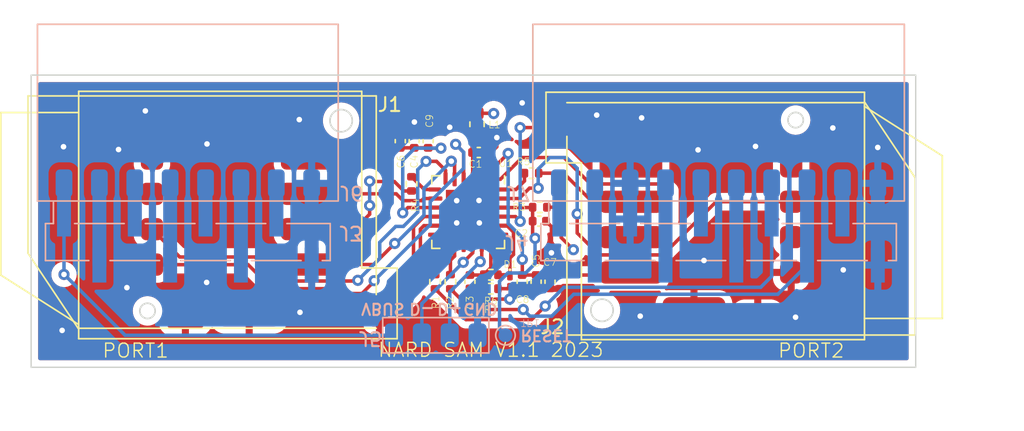
<source format=kicad_pcb>
(kicad_pcb (version 20211014) (generator pcbnew)
  (layers (0 "F.Cu" signal) (1 "In1.Cu" signal) (2 "In2.Cu" signal) (31 "B.Cu" signal) (34 "B.Paste" user) (35 "F.Paste" user) (36 "B.SilkS" user "B.Silkscreen") (37 "F.SilkS" user "F.Silkscreen") (38 "B.Mask" user) (39 "F.Mask" user) (44 "Edge.Cuts" user))
  (net 0 "")
  (net 5 "+5V")
  (net 6 "/PA7")
  (net 7 "/PA6")
  (net 8 "/PA4")
  (net 9 "/PB3")
  (net 10 "/PB2")
  (net 11 "/PC3")
  (net 12 "GND")
  (net 13 "/PB14")
  (net 14 "/PC0")
  (net 15 "/PC1")
  (net 16 "/UART_RX")
  (net 17 "/UART_TX")
  (net 18 "/SWDIO")
  (net 19 "/SWCLK")
  (net 20 "+3.3V")
  (net 23 "+3.3VA")
  (net 24 "Net-(D1-Pad2)")
  (net 25 "/USB_DM")
  (net 26 "/USB_DP")
  (net 27 "/SEC_RXD")
  (net 28 "/SEC_TXD")
  (net 29 "/SEC_CTS")
  (net 30 "/SEC_RTS")
  (net 31 "/VDD5")
  (net 32 "/~{RESET}")
  (net 33 "/SC1_VCC")
  (net 34 "/SC2_VCC")
  (net 35 "/LED_ACT")
  (net 36 "/SC1_RST")
  (net 37 "/SC1_CLK")
  (net 38 "/SC1_C4")
  (net 39 "/SC1_IO")
  (net 40 "/SC1_C8")
  (net 41 "/SC1_PRSNT")
  (net 42 "/SC2_RST")
  (net 43 "/SC2_CLK")
  (net 44 "/SC2_IO")
  (net 45 "/SC2_PRsNT")
  (net 46 "Net-(R4-Pad1)")
  (net 47 "Net-(R5-Pad1)")
  (footprint "Capacitor_SMD:C_0402_1005Metric" (layer "F.Cu") (at 103.886 65.565)
    (fp_text reference "C1" (at -0.236 0.835) (layer "F.SilkS") (effects (font (size 0.5 0.5) (thickness 0.05))))
    (fp_text value "1uF")
    (pad "1" smd roundrect (at -0.48 0) (size 0.56 0.62) (layers "F.Cu" "F.Paste" "F.Mask") (net 31 "/VDD5"))
    (pad "2" smd roundrect (at 0.48 0) (size 0.56 0.62) (layers "F.Cu" "F.Paste" "F.Mask") (net 12 "GND"))
  )
  (footprint "Capacitor_SMD:C_0402_1005Metric" (layer "F.Cu") (at 99.25 64.747 90)
    (fp_text reference "C4" (at -1.4708 0 90) (layer "F.SilkS") (effects (font (size 0.5 0.5) (thickness 0.05))))
    (fp_text value "1uF")
    (pad "1" smd roundrect (at -0.48 0 90) (size 0.56 0.62) (layers "F.Cu" "F.Paste" "F.Mask") (net 33 "/SC1_VCC"))
    (pad "2" smd roundrect (at 0.48 0 90) (size 0.56 0.62) (layers "F.Cu" "F.Paste" "F.Mask") (net 12 "GND"))
  )
  (footprint "Package_DFN_QFN:QFN-24-1EP_5x5mm_P0.65mm_EP3.2x3.2mm" (layer "F.Cu") (at 103.124 69.847 -90)
    (fp_text reference "U1" (at -3.5 -2.7) (layer "F.SilkS") (effects (font (size 0.5 0.5) (thickness 0.05))))
    (fp_text value "SEC1210")
    (pad "1" smd custom (at -2.3625 -1.625 270) (size 0.193934 0.193934) (layers "F.Cu" "F.Paste" "F.Mask") (net 42 "/SC2_RST") (options (clearance outline) (anchor circle)) (primitives (gr_poly (pts (xy 0.4375 0.031066) (xy 0.4375 0.075) (xy -0.4375 0.075) (xy -0.4375 -0.075) (xy 0.331434 -0.075)) (width 0.15) (fill yes))))
    (pad "2" smd roundrect (at -2.3625 -0.975 270) (size 1.025 0.3) (layers "F.Cu" "F.Paste" "F.Mask") (net 34 "/SC2_VCC"))
    (pad "3" smd roundrect (at -2.3625 -0.325 270) (size 1.025 0.3) (layers "F.Cu" "F.Paste" "F.Mask") (net 31 "/VDD5"))
    (pad "4" smd roundrect (at -2.3625 0.325 270) (size 1.025 0.3) (layers "F.Cu" "F.Paste" "F.Mask") (net 40 "/SC1_C8"))
    (pad "5" smd roundrect (at -2.3625 0.975 270) (size 1.025 0.3) (layers "F.Cu" "F.Paste" "F.Mask") (net 38 "/SC1_C4"))
    (pad "6" smd custom (at -2.3625 1.625 270) (size 0.193934 0.193934) (layers "F.Cu" "F.Paste" "F.Mask") (net 39 "/SC1_IO") (options (clearance outline) (anchor circle)) (primitives (gr_poly (pts (xy 0.4375 -0.031066) (xy 0.331434 0.075) (xy -0.4375 0.075) (xy -0.4375 -0.075) (xy 0.4375 -0.075)) (width 0.15) (fill yes))))
    (pad "7" smd custom (at -1.625 2.3625 270) (size 0.193934 0.193934) (layers "F.Cu" "F.Paste" "F.Mask") (net 46 "Net-(R4-Pad1)") (options (clearance outline) (anchor circle)) (primitives (gr_poly (pts (xy 0.075 0.4375) (xy -0.075 0.4375) (xy -0.075 -0.331434) (xy 0.031066 -0.4375) (xy 0.075 -0.4375)) (width 0.15) (fill yes))))
    (pad "8" smd roundrect (at -0.975 2.3625 270) (size 0.3 1.025) (layers "F.Cu" "F.Paste" "F.Mask") (net 36 "/SC1_RST"))
    (pad "9" smd roundrect (at -0.325 2.3625 270) (size 0.3 1.025) (layers "F.Cu" "F.Paste" "F.Mask") (net 33 "/SC1_VCC"))
    (pad "10" smd roundrect (at 0.325 2.3625 270) (size 0.3 1.025) (layers "F.Cu" "F.Paste" "F.Mask") (net 41 "/SC1_PRSNT"))
    (pad "11" smd roundrect (at 0.975 2.3625 270) (size 0.3 1.025) (layers "F.Cu" "F.Paste" "F.Mask") (net 27 "/SEC_RXD"))
    (pad "12" smd custom (at 1.625 2.3625 270) (size 0.193934 0.193934) (layers "F.Cu" "F.Paste" "F.Mask") (net 29 "/SEC_CTS") (options (clearance outline) (anchor circle)) (primitives (gr_poly (pts (xy 0.075 -0.331434) (xy 0.075 0.4375) (xy -0.075 0.4375) (xy -0.075 -0.4375) (xy -0.031066 -0.4375)) (width 0.15) (fill yes))))
    (pad "13" smd custom (at 2.3625 1.625 270) (size 0.193934 0.193934) (layers "F.Cu" "F.Paste" "F.Mask") (net 30 "/SEC_RTS") (options (clearance outline) (anchor circle)) (primitives (gr_poly (pts (xy 0.4375 0.075) (xy -0.331434 0.075) (xy -0.4375 -0.031066) (xy -0.4375 -0.075) (xy 0.4375 -0.075)) (width 0.15) (fill yes))))
    (pad "14" smd roundrect (at 2.3625 0.975 270) (size 1.025 0.3) (layers "F.Cu" "F.Paste" "F.Mask") (net 28 "/SEC_TXD"))
    (pad "15" smd roundrect (at 2.3625 0.325 270) (size 1.025 0.3) (layers "F.Cu" "F.Paste" "F.Mask"))
    (pad "16" smd roundrect (at 2.3625 -0.325 270) (size 1.025 0.3) (layers "F.Cu" "F.Paste" "F.Mask") (net 25 "/USB_DM"))
    (pad "17" smd roundrect (at 2.3625 -0.975 270) (size 1.025 0.3) (layers "F.Cu" "F.Paste" "F.Mask") (net 26 "/USB_DP"))
    (pad "18" smd custom (at 2.3625 -1.625 270) (size 0.193934 0.193934) (layers "F.Cu" "F.Paste" "F.Mask") (net 23 "+3.3VA") (options (clearance outline) (anchor circle)) (primitives (gr_poly (pts (xy 0.4375 0.075) (xy -0.4375 0.075) (xy -0.4375 0.031066) (xy -0.331434 -0.075) (xy 0.4375 -0.075)) (width 0.15) (fill yes))))
    (pad "19" smd custom (at 1.625 -2.3625 270) (size 0.193934 0.193934) (layers "F.Cu" "F.Paste" "F.Mask") (options (clearance outline) (anchor circle)) (primitives (gr_poly (pts (xy 0.075 0.331434) (xy -0.031066 0.4375) (xy -0.075 0.4375) (xy -0.075 -0.4375) (xy 0.075 -0.4375)) (width 0.15) (fill yes))))
    (pad "20" smd roundrect (at 0.975 -2.3625 270) (size 0.3 1.025) (layers "F.Cu" "F.Paste" "F.Mask") (net 35 "/LED_ACT"))
    (pad "21" smd roundrect (at 0.325 -2.3625 270) (size 0.3 1.025) (layers "F.Cu" "F.Paste" "F.Mask") (net 45 "/SC2_PRsNT"))
    (pad "22" smd roundrect (at -0.325 -2.3625 270) (size 0.3 1.025) (layers "F.Cu" "F.Paste" "F.Mask") (net 32 "/~{RESET}"))
    (pad "23" smd roundrect (at -0.975 -2.3625 270) (size 0.3 1.025) (layers "F.Cu" "F.Paste" "F.Mask") (net 44 "/SC2_IO"))
    (pad "24" smd custom (at -1.625 -2.3625 270) (size 0.193934 0.193934) (layers "F.Cu" "F.Paste" "F.Mask") (net 47 "Net-(R5-Pad1)") (options (clearance outline) (anchor circle)) (primitives (gr_poly (pts (xy 0.075 0.4375) (xy 0.031066 0.4375) (xy -0.075 0.331434) (xy -0.075 -0.4375) (xy 0.075 -0.4375)) (width 0.15) (fill yes))))
    (pad "25" smd rect (at 0 0 270) (size 3.2 3.2) (layers "F.Cu" "F.Mask") (net 12 "GND"))
  )
  (footprint "LED_SMD:LED_0201_0603Metric" (layer "F.Cu") (at 106.1212 74.851 -90)
    (fp_text reference "D1" (at -1.251 -0.025) (layer "F.SilkS") (effects (font (size 0.5 0.5) (thickness 0.05))))
    (fp_text value "LED")
    (pad "1" smd roundrect (at -0.32 0 270) (size 0.46 0.4) (layers "F.Cu" "F.Mask") (net 35 "/LED_ACT"))
    (pad "2" smd roundrect (at 0.32 0 270) (size 0.46 0.4) (layers "F.Cu" "F.Mask") (net 24 "Net-(D1-Pad2)"))
  )
  (footprint "Inductor_SMD:L_0603_1608Metric" (layer "F.Cu") (at 103.759 63.533 -90)
    (fp_text reference "L1" (at 0.0375 -1.25 180) (layer "F.SilkS") (effects (font (size 0.5 0.5) (thickness 0.05))))
    (fp_text value "2A/0.05DCR")
    (pad "1" smd roundrect (at -0.7875 0 270) (size 0.875 0.95) (layers "F.Cu" "F.Paste" "F.Mask") (net 5 "+5V"))
    (pad "2" smd roundrect (at 0.7875 0 270) (size 0.875 0.95) (layers "F.Cu" "F.Paste" "F.Mask") (net 31 "/VDD5"))
  )
  (footprint "Capacitor_SMD:C_0402_1005Metric" (layer "F.Cu") (at 107 74.851 -90)
    (fp_text reference "C8" (at 1.274 -0.025 180) (layer "F.SilkS") (effects (font (size 0.5 0.5) (thickness 0.05))))
    (fp_text value "10uF")
    (pad "1" smd roundrect (at -0.48 0 270) (size 0.56 0.62) (layers "F.Cu" "F.Paste" "F.Mask") (net 34 "/SC2_VCC"))
    (pad "2" smd roundrect (at 0.48 0 270) (size 0.56 0.62) (layers "F.Cu" "F.Paste" "F.Mask") (net 12 "GND"))
  )
  (footprint "Capacitor_SMD:C_0402_1005Metric" (layer "F.Cu") (at 108.2294 70.497)
    (fp_text reference "C2" (at -1.2954 0.877) (layer "F.SilkS") (effects (font (size 0.5 0.5) (thickness 0.05))))
    (fp_text value "0.1uF")
    (pad "1" smd roundrect (at -0.48 0) (size 0.56 0.62) (layers "F.Cu" "F.Paste" "F.Mask") (net 32 "/~{RESET}"))
    (pad "2" smd roundrect (at 0.48 0) (size 0.56 0.62) (layers "F.Cu" "F.Paste" "F.Mask") (net 12 "GND"))
  )
  (footprint "nard_sam:mixed_sim_sam_card_holder" (layer "F.Cu") (at 90.404 66.247)
    (fp_text reference "J1" (at 7.096 -4.122 unlocked) (layer "F.SilkS"))
    (fp_text value "SIM_Card")
    (fp_circle (center 3.6 -2.97) (end 4.4 -2.97) (layer "Edge.Cuts") (width 0.12) (fill none))
    (fp_circle (center -10.3 10.7) (end -9.75 10.7) (layer "Edge.Cuts") (width 0.12) (fill none))
    (pad "1" smd roundrect locked (at 1.524 -0.254) (size 4.5 1.6) (layers "F.Cu" "F.Paste" "F.Mask") (net 33 "/SC1_VCC"))
    (pad "2" smd roundrect locked (at 1.524 2.286) (size 4.5 1.6) (layers "F.Cu" "F.Paste" "F.Mask") (net 36 "/SC1_RST"))
    (pad "3" smd roundrect locked (at 1.524 4.826) (size 4.5 1.6) (layers "F.Cu" "F.Paste" "F.Mask") (net 37 "/SC1_CLK"))
    (pad "4" smd roundrect locked (at 1.524 7.366) (size 4.5 1.6) (layers "F.Cu" "F.Paste" "F.Mask") (net 38 "/SC1_C4"))
    (pad "5" smd roundrect locked (at -9.979 -0.25) (size 1.6 1.6) (layers "F.Cu" "F.Paste" "F.Mask") (net 12 "GND"))
    (pad "6" smd roundrect locked (at -9.979 2.29) (size 1.6 1.6) (layers "F.Cu" "F.Paste" "F.Mask"))
    (pad "7" smd roundrect locked (at -9.979 4.83) (size 1.6 1.6) (layers "F.Cu" "F.Paste" "F.Mask") (net 39 "/SC1_IO"))
    (pad "8" smd roundrect locked (at -9.979 7.37) (size 1.6 1.6) (layers "F.Cu" "F.Paste" "F.Mask") (net 40 "/SC1_C8"))
    (pad "CSW" smd roundrect locked (at 6.35 10.16) (size 1.3 0.8) (layers "F.Cu" "F.Paste" "F.Mask") (net 41 "/SC1_PRSNT"))
    (pad "DSW" smd roundrect locked (at 6.35 11.43) (size 1.3 0.8) (layers "F.Cu" "F.Paste" "F.Mask") (net 12 "GND"))
    (pad "sh" smd roundrect locked (at -3 10.82) (size 4.5 2) (layers "F.Cu" "F.Paste" "F.Mask") (net 12 "GND"))
    (pad "sh" smd roundrect locked (at -3 -3.03) (size 4.5 2) (layers "F.Cu" "F.Paste" "F.Mask") (net 12 "GND"))
    (pad "sh" smd roundrect locked (at -7.579 11) (size 2.8 2) (layers "F.Cu" "F.Paste" "F.Mask") (net 12 "GND"))
    (pad "sh" smd roundrect locked (at -7.579 -3.7) (size 2.8 2) (layers "F.Cu" "F.Paste" "F.Mask") (net 12 "GND"))
  )
  (footprint "Capacitor_SMD:C_0402_1005Metric" (layer "F.Cu") (at 103.25 74.851 -90)
    (fp_text reference "C3" (at 1.5 0 -90) (layer "F.SilkS") (effects (font (size 0.5 0.5) (thickness 0.05))))
    (fp_text value "1uF")
    (pad "1" smd roundrect (at -0.48 0 270) (size 0.56 0.62) (layers "F.Cu" "F.Paste" "F.Mask") (net 23 "+3.3VA"))
    (pad "2" smd roundrect (at 0.48 0 270) (size 0.56 0.62) (layers "F.Cu" "F.Paste" "F.Mask") (net 12 "GND"))
  )
  (footprint "Resistor_SMD:R_0402_1005Metric" (layer "F.Cu") (at 101.85 74.851 90)
    (fp_text reference "R2" (at -1.5 -0.025 90) (layer "F.SilkS") (effects (font (size 0.5 0.5) (thickness 0.05))))
    (fp_text value "0R")
    (pad "1" smd roundrect (at -0.51 0 90) (size 0.54 0.64) (layers "F.Cu" "F.Paste" "F.Mask") (net 14 "/PC0"))
    (pad "2" smd roundrect (at 0.51 0 90) (size 0.54 0.64) (layers "F.Cu" "F.Paste" "F.Mask") (net 28 "/SEC_TXD"))
  )
  (footprint "Capacitor_SMD:C_0402_1005Metric" (layer "F.Cu") (at 98.25 64.747 90)
    (fp_text reference "C6" (at -1.4708 0.048 270) (layer "F.SilkS") (effects (font (size 0.5 0.5) (thickness 0.05))))
    (fp_text value "0.1uF")
    (pad "1" smd roundrect (at -0.48 0 90) (size 0.56 0.62) (layers "F.Cu" "F.Paste" "F.Mask") (net 33 "/SC1_VCC"))
    (pad "2" smd roundrect (at 0.48 0 90) (size 0.56 0.62) (layers "F.Cu" "F.Paste" "F.Mask") (net 12 "GND"))
  )
  (footprint "Resistor_SMD:R_0402_1005Metric" (layer "F.Cu") (at 104.75 74.351 180)
    (fp_text reference "R6" (at 0 -1.88 180) (layer "F.SilkS") (effects (font (size 0.5 0.5) (thickness 0.05))))
    (fp_text value "1M")
    (pad "1" smd roundrect (at -0.51 0 180) (size 0.54 0.64) (layers "F.Cu" "F.Paste" "F.Mask") (net 35 "/LED_ACT"))
    (pad "2" smd roundrect (at 0.51 0 180) (size 0.54 0.64) (layers "F.Cu" "F.Paste" "F.Mask") (net 23 "+3.3VA"))
  )
  (footprint "nard_sam:mixed_sim_sam_card_holder" (layer "F.Cu") (at 116.332 73.932 180)
    (fp_text reference "J2" (at 7.157 -4.168 unlocked) (layer "F.SilkS"))
    (fp_text value "SIM_Card")
    (fp_circle (center -10.3 10.7) (end -9.75 10.7) (layer "Edge.Cuts") (width 0.12) (fill none))
    (fp_circle (center 3.6 -2.97) (end 4.4 -2.97) (layer "Edge.Cuts") (width 0.12) (fill none))
    (pad "1" smd roundrect locked (at 1.524 -0.254 180) (size 4.5 1.6) (layers "F.Cu" "F.Paste" "F.Mask") (net 34 "/SC2_VCC"))
    (pad "2" smd roundrect locked (at 1.524 2.286 180) (size 4.5 1.6) (layers "F.Cu" "F.Paste" "F.Mask") (net 42 "/SC2_RST"))
    (pad "3" smd roundrect locked (at 1.524 4.826 180) (size 4.5 1.6) (layers "F.Cu" "F.Paste" "F.Mask") (net 43 "/SC2_CLK"))
    (pad "4" smd roundrect locked (at 1.524 7.366 180) (size 4.5 1.6) (layers "F.Cu" "F.Paste" "F.Mask"))
    (pad "5" smd roundrect locked (at -9.979 -0.25 180) (size 1.6 1.6) (layers "F.Cu" "F.Paste" "F.Mask") (net 12 "GND"))
    (pad "6" smd roundrect locked (at -9.979 2.29 180) (size 1.6 1.6) (layers "F.Cu" "F.Paste" "F.Mask"))
    (pad "7" smd roundrect locked (at -9.979 4.83 180) (size 1.6 1.6) (layers "F.Cu" "F.Paste" "F.Mask") (net 44 "/SC2_IO"))
    (pad "8" smd roundrect locked (at -9.979 7.37 180) (size 1.6 1.6) (layers "F.Cu" "F.Paste" "F.Mask"))
    (pad "CSW" smd roundrect locked (at 6.35 10.16 180) (size 1.3 0.8) (layers "F.Cu" "F.Paste" "F.Mask") (net 45 "/SC2_PRsNT"))
    (pad "DSW" smd roundrect locked (at 6.35 11.43 180) (size 1.3 0.8) (layers "F.Cu" "F.Paste" "F.Mask") (net 12 "GND"))
    (pad "sh" smd roundrect locked (at -7.579 11 180) (size 2.8 2) (layers "F.Cu" "F.Paste" "F.Mask") (net 12 "GND"))
    (pad "sh" smd roundrect locked (at -3 -3.03 180) (size 4.5 2) (layers "F.Cu" "F.Paste" "F.Mask") (net 12 "GND"))
    (pad "sh" smd roundrect locked (at -3 10.82 180) (size 4.5 2) (layers "F.Cu" "F.Paste" "F.Mask") (net 12 "GND"))
    (pad "sh" smd roundrect locked (at -7.579 -3.7 180) (size 2.8 2) (layers "F.Cu" "F.Paste" "F.Mask") (net 12 "GND"))
  )
  (footprint "Resistor_SMD:R_0402_1005Metric" (layer "F.Cu") (at 104.75 75.351 180)
    (fp_text reference "R7" (at 0 -1.5 180) (layer "F.SilkS") (effects (font (size 0.5 0.5) (thickness 0.05))))
    (fp_text value "330R")
    (pad "1" smd roundrect (at -0.51 0 180) (size 0.54 0.64) (layers "F.Cu" "F.Paste" "F.Mask") (net 24 "Net-(D1-Pad2)"))
    (pad "2" smd roundrect (at 0.51 0 180) (size 0.54 0.64) (layers "F.Cu" "F.Paste" "F.Mask") (net 23 "+3.3VA"))
  )
  (footprint "Capacitor_SMD:C_0402_1005Metric" (layer "F.Cu") (at 100.25 64.747 90)
    (fp_text reference "C9" (at 1.447 0.1 90) (layer "F.SilkS") (effects (font (size 0.5 0.5) (thickness 0.05))))
    (fp_text value "10uF")
    (pad "1" smd roundrect (at -0.48 0 90) (size 0.56 0.62) (layers "F.Cu" "F.Paste" "F.Mask") (net 33 "/SC1_VCC"))
    (pad "2" smd roundrect (at 0.48 0 90) (size 0.56 0.62) (layers "F.Cu" "F.Paste" "F.Mask") (net 12 "GND"))
  )
  (footprint "Capacitor_SMD:C_0402_1005Metric" (layer "F.Cu") (at 108 74.851 -90)
    (fp_text reference "C5" (at -1.5 0 90) (layer "F.SilkS") (effects (font (size 0.5 0.5) (thickness 0.05))))
    (fp_text value "1uF")
    (pad "1" smd roundrect (at -0.48 0 270) (size 0.56 0.62) (layers "F.Cu" "F.Paste" "F.Mask") (net 34 "/SC2_VCC"))
    (pad "2" smd roundrect (at 0.48 0 270) (size 0.56 0.62) (layers "F.Cu" "F.Paste" "F.Mask") (net 12 "GND"))
  )
  (footprint "Capacitor_SMD:C_0402_1005Metric" (layer "F.Cu") (at 109 74.851 -90)
    (fp_text reference "C7" (at -1.4 0) (layer "F.SilkS") (effects (font (size 0.5 0.5) (thickness 0.05))))
    (fp_text value "0.1uF")
    (pad "1" smd roundrect (at -0.48 0 270) (size 0.56 0.62) (layers "F.Cu" "F.Paste" "F.Mask") (net 34 "/SC2_VCC"))
    (pad "2" smd roundrect (at 0.48 0 270) (size 0.56 0.62) (layers "F.Cu" "F.Paste" "F.Mask") (net 12 "GND"))
  )
  (footprint "Resistor_SMD:R_0402_1005Metric" (layer "F.Cu") (at 99.06 67.818 -90)
    (fp_text reference "R4" (at 1.532 -0.265 -270) (layer "F.SilkS") (effects (font (size 0.5 0.5) (thickness 0.05))))
    (fp_text value "43R")
    (pad "1" smd roundrect (at -0.51 0 270) (size 0.54 0.64) (layers "F.Cu" "F.Paste" "F.Mask") (net 46 "Net-(R4-Pad1)"))
    (pad "2" smd roundrect (at 0.51 0 270) (size 0.54 0.64) (layers "F.Cu" "F.Paste" "F.Mask") (net 37 "/SC1_CLK"))
  )
  (footprint "Resistor_SMD:R_0402_1005Metric" (layer "F.Cu") (at 108.26 69.497 180)
    (fp_text reference "R3" (at 1.4784 0.0026) (layer "F.SilkS") (effects (font (size 0.5 0.5) (thickness 0.05))))
    (fp_text value "100K")
    (pad "1" smd roundrect (at -0.51 0 180) (size 0.54 0.64) (layers "F.Cu" "F.Paste" "F.Mask") (net 5 "+5V"))
    (pad "2" smd roundrect (at 0.51 0 180) (size 0.54 0.64) (layers "F.Cu" "F.Paste" "F.Mask") (net 32 "/~{RESET}"))
  )
  (footprint "Resistor_SMD:R_0402_1005Metric" (layer "F.Cu") (at 107.675 67.05)
    (fp_text reference "R5" (at -0.575 -0.825) (layer "F.SilkS") (effects (font (size 0.5 0.5) (thickness 0.05))))
    (fp_text value "43R")
    (pad "1" smd roundrect (at -0.51 0) (size 0.54 0.64) (layers "F.Cu" "F.Paste" "F.Mask") (net 47 "Net-(R5-Pad1)"))
    (pad "2" smd roundrect (at 0.51 0) (size 0.54 0.64) (layers "F.Cu" "F.Paste" "F.Mask") (net 43 "/SC2_CLK"))
  )
  (footprint "Resistor_SMD:R_0402_1005Metric" (layer "F.Cu") (at 100.75 74.851 90)
    (fp_text reference "R1" (at -1.474 0.05 90) (layer "F.SilkS") (effects (font (size 0.5 0.5) (thickness 0.05))))
    (fp_text value "0R")
    (pad "1" smd roundrect (at -0.51 0 90) (size 0.54 0.64) (layers "F.Cu" "F.Paste" "F.Mask") (net 15 "/PC1"))
    (pad "2" smd roundrect (at 0.51 0 90) (size 0.54 0.64) (layers "F.Cu" "F.Paste" "F.Mask") (net 27 "/SEC_RXD"))
  )
  (footprint "TestPoint:TestPoint_Pad_D1.0mm" (layer "B.Cu") (at 105.8 78.7 180)
    (fp_text reference "TP1" (at -1.8 0.9 180 unlocked) (layer "B.SilkS") (effects (font (size 0.5 0.5) (thickness 0.05)) (justify mirror)))
    (fp_text value "TestPoint")
    (pad "1" smd circle (at 0 0 180) (size 1 1) (layers "B.Cu" "B.Mask") (net 32 "/~{RESET}"))
  )
  (footprint "Connector_PinHeader_2.54mm:PinHeader_1x08_P2.54mm_Vertical_SMD_Pin1Left" (layer "B.Cu") (at 83 72 -90)
    (fp_text reference "J3" (at -0.65 -11.7 180 unlocked) (layer "B.SilkS") (effects (justify mirror)))
    (fp_text value "Conn_01x08")
    (pad "1" smd rect locked (at -1.655 8.89 270) (size 2.51 1) (layers "B.Cu" "B.Paste" "B.Mask") (net 5 "+5V"))
    (pad "2" smd rect locked (at 1.655 6.35 270) (size 2.51 1) (layers "B.Cu" "B.Paste" "B.Mask") (net 6 "/PA7"))
    (pad "3" smd rect locked (at -1.655 3.81 270) (size 2.51 1) (layers "B.Cu" "B.Paste" "B.Mask") (net 7 "/PA6"))
    (pad "4" smd rect locked (at 1.655 1.27 270) (size 2.51 1) (layers "B.Cu" "B.Paste" "B.Mask") (net 8 "/PA4"))
    (pad "5" smd rect locked (at -1.655 -1.27 270) (size 2.51 1) (layers "B.Cu" "B.Paste" "B.Mask") (net 9 "/PB3"))
    (pad "6" smd rect locked (at 1.655 -3.81 270) (size 2.51 1) (layers "B.Cu" "B.Paste" "B.Mask") (net 10 "/PB2"))
    (pad "7" smd rect locked (at -1.655 -6.35 270) (size 2.51 1) (layers "B.Cu" "B.Paste" "B.Mask") (net 11 "/PC3"))
    (pad "8" smd rect locked (at 1.655 -8.89 270) (size 2.51 1) (layers "B.Cu" "B.Paste" "B.Mask") (net 12 "GND"))
  )
  (footprint "nard_sam:usb pads breakout" (layer "B.Cu") (at 100.8 78.7 180)
    (fp_text reference locked "J5" (at 4.7 -0.23 180 unlocked) (layer "B.SilkS") (effects (justify mirror)))
    (fp_text value "Conn_01x04")
    (pad "1" smd roundrect (at 3 0 180) (size 1.3 1.7) (layers "B.Cu" "B.Paste" "B.Mask") (net 5 "+5V"))
    (pad "2" smd roundrect (at 1 0 180) (size 1.3 1.7) (layers "B.Cu" "B.Paste" "B.Mask") (net 25 "/USB_DM"))
    (pad "3" smd roundrect (at -1 0 180) (size 1.3 1.7) (layers "B.Cu" "B.Paste" "B.Mask") (net 26 "/USB_DP"))
    (pad "4" smd roundrect (at -3 0 180) (size 1.3 1.7) (layers "B.Cu" "B.Paste" "B.Mask") (net 12 "GND"))
  )
  (footprint "Connector_PinHeader_2.54mm:PinHeader_1x10_P2.54mm_Vertical_SMD_Pin1Left" (layer "B.Cu") (at 121.1 72 -90)
    (fp_text reference "J4" (at 0.025 14.5 180 unlocked) (layer "B.SilkS") (effects (justify mirror)))
    (fp_text value "Conn_01x10")
    (pad "1" smd rect locked (at -1.655 11.43 270) (size 2.51 1) (layers "B.Cu" "B.Paste" "B.Mask") (net 20 "+3.3V"))
    (pad "2" smd rect locked (at 1.655 8.89 270) (size 2.51 1) (layers "B.Cu" "B.Paste" "B.Mask") (net 19 "/SWCLK"))
    (pad "3" smd rect locked (at -1.655 6.35 270) (size 2.51 1) (layers "B.Cu" "B.Paste" "B.Mask") (net 12 "GND"))
    (pad "4" smd rect locked (at 1.655 3.81 270) (size 2.51 1) (layers "B.Cu" "B.Paste" "B.Mask") (net 18 "/SWDIO"))
    (pad "5" smd rect locked (at -1.655 1.27 270) (size 2.51 1) (layers "B.Cu" "B.Paste" "B.Mask") (net 17 "/UART_TX"))
    (pad "6" smd rect locked (at 1.655 -1.27 270) (size 2.51 1) (layers "B.Cu" "B.Paste" "B.Mask") (net 16 "/UART_RX"))
    (pad "7" smd rect locked (at -1.655 -3.81 270) (size 2.51 1) (layers "B.Cu" "B.Paste" "B.Mask") (net 15 "/PC1"))
    (pad "8" smd rect locked (at 1.655 -6.35 270) (size 2.51 1) (layers "B.Cu" "B.Paste" "B.Mask") (net 14 "/PC0"))
    (pad "9" smd rect locked (at -1.655 -8.89 270) (size 2.51 1) (layers "B.Cu" "B.Paste" "B.Mask") (net 13 "/PB14"))
    (pad "10" smd rect locked (at 1.655 -11.43 270) (size 2.51 1) (layers "B.Cu" "B.Paste" "B.Mask") (net 12 "GND"))
  )
  (footprint "nard_sam:m20-7910842" (layer "B.Cu") (at 83 67.78)
    (fp_text reference "J6" (at 11.75 0.695 180 unlocked) (layer "B.SilkS") (effects (justify mirror)))
    (fp_text value "M20-7910842R")
    (pad "1" smd roundrect locked (at -8.89 0) (size 1.2 2) (layers "B.Cu" "B.Paste" "B.Mask") (net 5 "+5V"))
    (pad "2" smd roundrect locked (at -6.35 0) (size 1.2 2) (layers "B.Cu" "B.Paste" "B.Mask") (net 6 "/PA7"))
    (pad "3" smd roundrect locked (at -3.81 0) (size 1.2 2) (layers "B.Cu" "B.Paste" "B.Mask") (net 7 "/PA6"))
    (pad "4" smd roundrect locked (at -1.27 0) (size 1.2 2) (layers "B.Cu" "B.Paste" "B.Mask") (net 8 "/PA4"))
    (pad "5" smd roundrect locked (at 1.27 0) (size 1.2 2) (layers "B.Cu" "B.Paste" "B.Mask") (net 9 "/PB3"))
    (pad "6" smd roundrect locked (at 3.81 0) (size 1.2 2) (layers "B.Cu" "B.Paste" "B.Mask") (net 10 "/PB2"))
    (pad "7" smd roundrect locked (at 6.35 0) (size 1.2 2) (layers "B.Cu" "B.Paste" "B.Mask") (net 11 "/PC3"))
    (pad "8" smd roundrect locked (at 8.89 0) (size 1.2 2) (layers "B.Cu" "B.Paste" "B.Mask") (net 12 "GND"))
  )
  (footprint "nard_sam:m20-7911042" (layer "B.Cu") (at 121.1 67.78)
    (fp_text reference "J7" (at -14.375 0.72 180 unlocked) (layer "B.SilkS") (effects (justify mirror)))
    (fp_text value "M20-7911042R")
    (pad "1" smd roundrect locked (at -11.43 0) (size 1.2 2) (layers "B.Cu" "B.Paste" "B.Mask") (net 20 "+3.3V"))
    (pad "2" smd roundrect locked (at -8.89 0) (size 1.2 2) (layers "B.Cu" "B.Paste" "B.Mask") (net 19 "/SWCLK"))
    (pad "3" smd roundrect locked (at -6.35 0) (size 1.2 2) (layers "B.Cu" "B.Paste" "B.Mask") (net 12 "GND"))
    (pad "4" smd roundrect locked (at -3.81 0) (size 1.2 2) (layers "B.Cu" "B.Paste" "B.Mask") (net 18 "/SWDIO"))
    (pad "5" smd roundrect locked (at -1.27 0) (size 1.2 2) (layers "B.Cu" "B.Paste" "B.Mask") (net 17 "/UART_TX"))
    (pad "6" smd roundrect locked (at 1.27 0) (size 1.2 2) (layers "B.Cu" "B.Paste" "B.Mask") (net 16 "/UART_RX"))
    (pad "7" smd roundrect locked (at 3.81 0) (size 1.2 2) (layers "B.Cu" "B.Paste" "B.Mask") (net 15 "/PC1"))
    (pad "8" smd roundrect locked (at 6.35 0) (size 1.2 2) (layers "B.Cu" "B.Paste" "B.Mask") (net 14 "/PC0"))
    (pad "9" smd roundrect locked (at 8.89 0) (size 1.2 2) (layers "B.Cu" "B.Paste" "B.Mask") (net 13 "/PB14"))
    (pad "10" smd roundrect locked (at 11.43 0) (size 1.2 2) (layers "B.Cu" "B.Paste" "B.Mask") (net 12 "GND"))
  )
  (gr_rect (start 71.75 60) (end 135.25 81) (layer "Edge.Cuts") (width 0.1) (fill none))
  (gr_text "D+" (at 101.8 76.8 180) (layer "B.SilkS") (effects (font (size 0.8 0.8)) (justify mirror)))
  (gr_text "RESET" (at 108.7 78.7 180) (layer "B.SilkS") (effects (font (size 0.8 0.8)) (justify mirror)))
  (gr_text "D-" (at 99.8 76.8 180) (layer "B.SilkS") (effects (font (size 0.8 0.8)) (justify mirror)))
  (gr_text "GND" (at 104 76.8 180) (layer "B.SilkS") (effects (font (size 0.8 0.8)) (justify mirror)))
  (gr_text "VBUS" (at 97 76.8 180) (layer "B.SilkS") (effects (font (size 0.8 0.8)) (justify mirror)))
  (gr_text "PORT1" (at 79.248 79.804) (layer "F.SilkS") (effects (font (size 1 1) (thickness 0.1))))
  (gr_text "PORT2" (at 127.748 79.804) (layer "F.SilkS") (effects (font (size 1 1) (thickness 0.1))))
  (gr_text "NARD SAM V1.1 2023" (at 104.75 79.75) (layer "F.SilkS") (effects (font (size 1 1) (thickness 0.1))))
  (segment (start 108.77 69.497) (end 109.247 69.497) (width 0.25) (layer "F.Cu") (net 5))
  (segment (start 109.8 71.675) (end 110.675 72.55) (width 0.25) (layer "F.Cu") (net 5))
  (segment (start 109.8 70.05) (end 109.8 71.675) (width 0.25) (layer "F.Cu") (net 5))
  (segment (start 104.9349 62.7455) (end 104.9528 62.7634) (width 0.25) (layer "F.Cu") (net 5))
  (segment (start 103.759 62.7455) (end 104.9349 62.7455) (width 0.25) (layer "F.Cu") (net 5))
  (segment (start 109.247 69.497) (end 109.8 70.05) (width 0.25) (layer "F.Cu") (net 5))
  (via (at 74.11 74.3276) (size 0.8) (drill 0.4) (layers "F.Cu" "B.Cu") (net 5))
  (via (at 110.675 72.55) (size 0.8) (drill 0.4) (layers "F.Cu" "B.Cu") (net 5))
  (via (at 104.9528 62.7634) (size 0.8) (drill 0.4) (layers "F.Cu" "B.Cu") (net 5))
  (segment (start 74.11 74.3276) (end 74.11 70.345) (width 0.25) (layer "B.Cu") (net 5))
  (segment (start 97.8 78.7) (end 78.5 78.7) (width 0.25) (layer "B.Cu") (net 5))
  (segment (start 78.5 78.7) (end 74.1276 74.3276) (width 0.25) (layer "B.Cu") (net 5))
  (segment (start 74.1276 74.3276) (end 74.11 74.3276) (width 0.25) (layer "B.Cu") (net 5))
  (segment (start 74.11 70.345) (end 74.11 67.78) (width 1) (layer "B.Cu") (net 5))
  (segment (start 76.65 73.655) (end 76.65 67.78) (width 1) (layer "B.Cu") (net 6))
  (segment (start 79.19 67.78) (end 79.19 70.345) (width 1) (layer "B.Cu") (net 7))
  (segment (start 81.73 67.78) (end 81.73 73.655) (width 1) (layer "B.Cu") (net 8))
  (segment (start 84.27 70.345) (end 84.27 67.78) (width 1) (layer "B.Cu") (net 9))
  (segment (start 86.81 67.78) (end 86.81 73.655) (width 1) (layer "B.Cu") (net 10))
  (segment (start 89.35 67.78) (end 89.35 70.345) (width 1) (layer "B.Cu") (net 11))
  (segment (start 106.1 76.1) (end 106.231 76.1) (width 0.25) (layer "F.Cu") (net 12))
  (segment (start 104.366 65.565) (end 104.7674 65.565) (width 0.25) (layer "F.Cu") (net 12))
  (segment (start 89.3534 77.0636) (end 89.35 77.067) (width 0.25) (layer "F.Cu") (net 12))
  (segment (start 105.1814 65.151) (end 105.1814 64.4906) (width 0.25) (layer "F.Cu") (net 12))
  (segment (start 103.25 75.331) (end 103.25 75.8) (width 0.25) (layer "F.Cu") (net 12))
  (segment (start 103.55 76.1) (end 106.1 76.1) (width 0.25) (layer "F.Cu") (net 12))
  (segment (start 107 75.331) (end 108 75.331) (width 0.25) (layer "F.Cu") (net 12))
  (segment (start 103.25 75.8) (end 103.55 76.1) (width 0.25) (layer "F.Cu") (net 12))
  (segment (start 99.25 64.267) (end 99.25 63.3862) (width 0.25) (layer "F.Cu") (net 12))
  (segment (start 98.25 63.7512) (end 98.6282 63.373) (width 0.25) (layer "F.Cu") (net 12))
  (segment (start 106.231 76.1) (end 107 75.331) (width 0.25) (layer "F.Cu") (net 12))
  (segment (start 109.1 70.8876) (end 109.1 72.775) (width 0.25) (layer "F.Cu") (net 12))
  (segment (start 104.7674 65.565) (end 105.1814 65.151) (width 0.25) (layer "F.Cu") (net 12))
  (segment (start 89.3212 77.0382) (end 89.35 77.067) (width 0.25) (layer "F.Cu") (net 12))
  (segment (start 99.8474 63.373) (end 99.2632 63.373) (width 0.25) (layer "F.Cu") (net 12))
  (segment (start 108.7094 70.497) (end 109.1 70.8876) (width 0.25) (layer "F.Cu") (net 12))
  (segment (start 100.25 63.7756) (end 99.8474 63.373) (width 0.25) (layer "F.Cu") (net 12))
  (segment (start 98.25 64.267) (end 98.25 63.7512) (width 0.25) (layer "F.Cu") (net 12))
  (segment (start 108 75.331) (end 109 75.331) (width 0.25) (layer "F.Cu") (net 12))
  (segment (start 98.6282 63.373) (end 99.2632 63.373) (width 0.25) (layer "F.Cu") (net 12))
  (segment (start 99.25 63.3862) (end 99.2632 63.373) (width 0.25) (layer "F.Cu") (net 12))
  (segment (start 100.25 64.267) (end 100.25 63.7756) (width 0.25) (layer "F.Cu") (net 12))
  (via (at 132.525 65.2) (size 0.8) (drill 0.4) (layers "F.Cu" "B.Cu") (net 12))
  (via (at 101.8 63.75) (size 0.8) (drill 0.4) (layers "F.Cu" "B.Cu") (net 12))
  (via (at 103.9 69.0118) (size 0.8) (drill 0.4) (layers "F.Cu" "B.Cu") (net 12))
  (via (at 84.35 74.9) (size 0.8) (drill 0.4) (layers "F.Cu" "B.Cu") (net 12))
  (via (at 130.05 74) (size 0.8) (drill 0.4) (layers "F.Cu" "B.Cu") (net 12))
  (via (at 91.05 77.05) (size 0.8) (drill 0.4) (layers "F.Cu" "B.Cu") (net 12))
  (via (at 78.625 75.275) (size 0.8) (drill 0.4) (layers "F.Cu" "B.Cu") (net 12))
  (via (at 129.3 63.8) (size 0.8) (drill 0.4) (layers "F.Cu" "B.Cu") (net 12))
  (via (at 91 63.2) (size 0.8) (drill 0.4) (layers "F.Cu" "B.Cu") (net 12))
  (via (at 126.625 77.4) (size 0.8) (drill 0.4) (layers "F.Cu" "B.Cu") (net 12))
  (via (at 107 62) (size 0.8) (drill 0.4) (layers "F.Cu" "B.Cu") (net 12))
  (via (at 115.475 77.325) (size 0.8) (drill 0.4) (layers "F.Cu" "B.Cu") (net 12))
  (via (at 103.925 70.625) (size 0.8) (drill 0.4) (layers "F.Cu" "B.Cu") (net 12))
  (via (at 115.575 63.075) (size 0.8) (drill 0.4) (layers "F.Cu" "B.Cu") (net 12))
  (via (at 99.2632 63.373) (size 0.8) (drill 0.4) (layers "F.Cu" "B.Cu") (net 12))
  (via (at 106.1 76.1) (size 0.8) (drill 0.4) (layers "F.Cu" "B.Cu") (net 12))
  (via (at 112.35 62.875) (size 0.8) (drill 0.4) (layers "F.Cu" "B.Cu") (net 12))
  (via (at 74.075 65.15) (size 0.8) (drill 0.4) (layers "F.Cu" "B.Cu") (net 12))
  (via (at 105.1814 64.4906) (size 0.8) (drill 0.4) (layers "F.Cu" "B.Cu") (net 12))
  (via (at 102.3 69.025) (size 0.8) (drill 0.4) (layers "F.Cu" "B.Cu") (net 12))
  (via (at 73.975 78.35) (size 0.8) (drill 0.4) (layers "F.Cu" "B.Cu") (net 12))
  (via (at 120.05 73.325) (size 0.8) (drill 0.4) (layers "F.Cu" "B.Cu") (net 12))
  (via (at 84.375 64.95) (size 0.8) (drill 0.4) (layers "F.Cu" "B.Cu") (net 12))
  (via (at 79.95 62.575) (size 0.8) (drill 0.4) (layers "F.Cu" "B.Cu") (net 12))
  (via (at 109.1 72.775) (size 0.8) (drill 0.4) (layers "F.Cu" "B.Cu") (net 12))
  (via (at 78.025 65.35) (size 0.8) (drill 0.4) (layers "F.Cu" "B.Cu") (net 12))
  (via (at 123.75 65.125) (size 0.8) (drill 0.4) (layers "F.Cu" "B.Cu") (net 12))
  (via (at 102.3 70.625) (size 0.8) (drill 0.4) (layers "F.Cu" "B.Cu") (net 12))
  (via (at 119.625 65.375) (size 0.8) (drill 0.4) (layers "F.Cu" "B.Cu") (net 12))
  (segment (start 91.89 73.655) (end 91.89 67.78) (width 1) (layer "B.Cu") (net 12))
  (segment (start 132.53 73.655) (end 132.53 67.78) (width 1) (layer "B.Cu") (net 12))
  (segment (start 114.75 67.78) (end 114.75 70.345) (width 1) (layer "B.Cu") (net 12))
  (segment (start 129.99 70.345) (end 129.99 67.78) (width 1) (layer "B.Cu") (net 13))
  (segment (start 103.339 76.85) (end 101.85 75.361) (width 0.25) (layer "F.Cu") (net 14))
  (segment (start 107.075 76.85) (end 103.339 76.85) (width 0.25) (layer "F.Cu") (net 14))
  (via (at 107.075 76.85) (size 0.8) (drill 0.4) (layers "F.Cu" "B.Cu") (net 14))
  (segment (start 110.7 75.75) (end 125.355 75.75) (width 0.25) (layer "B.Cu") (net 14))
  (segment (start 127.45 67.78) (end 127.45 73.655) (width 1) (layer "B.Cu") (net 14))
  (segment (start 125.355 75.75) (end 127.45 73.655) (width 0.25) (layer "B.Cu") (net 14))
  (segment (start 107.075 76.85) (end 107.55 77.325) (width 0.25) (layer "B.Cu") (net 14))
  (segment (start 109.125 77.325) (end 110.7 75.75) (width 0.25) (layer "B.Cu") (net 14))
  (segment (start 107.55 77.325) (end 109.125 77.325) (width 0.25) (layer "B.Cu") (net 14))
  (segment (start 108.65 76.6) (end 107.675 77.575) (width 0.25) (layer "F.Cu") (net 15))
  (segment (start 107.675 77.575) (end 102.964 77.575) (width 0.25) (layer "F.Cu") (net 15))
  (segment (start 102.964 77.575) (end 100.75 75.361) (width 0.25) (layer "F.Cu") (net 15))
  (via (at 108.65 76.6) (size 0.8) (drill 0.4) (layers "F.Cu" "B.Cu") (net 15))
  (segment (start 108.65 76.6) (end 110 75.25) (width 0.25) (layer "B.Cu") (net 15))
  (segment (start 124.91 74.465) (end 124.91 70.345) (width 0.25) (layer "B.Cu") (net 15))
  (segment (start 110 75.25) (end 124.125 75.25) (width 0.25) (layer "B.Cu") (net 15))
  (segment (start 124.125 75.25) (end 124.91 74.465) (width 0.25) (layer "B.Cu") (net 15))
  (segment (start 124.91 70.345) (end 124.91 67.78) (width 1) (layer "B.Cu") (net 15))
  (segment (start 122.37 67.78) (end 122.37 73.655) (width 1) (layer "B.Cu") (net 16))
  (segment (start 119.83 70.345) (end 119.83 67.78) (width 1) (layer "B.Cu") (net 17))
  (segment (start 117.29 67.78) (end 117.29 73.655) (width 1) (layer "B.Cu") (net 18))
  (segment (start 112.21 67.78) (end 112.21 73.655) (width 1) (layer "B.Cu") (net 19))
  (segment (start 109.67 70.345) (end 109.67 67.78) (width 1) (layer "B.Cu") (net 20))
  (segment (start 104.749 72.2095) (end 104.749 73.842) (width 0.25) (layer "F.Cu") (net 23))
  (segment (start 104.24 75.351) (end 104.24 74.351) (width 0.25) (layer "F.Cu") (net 23))
  (segment (start 103.25 74.371) (end 104.22 74.371) (width 0.25) (layer "F.Cu") (net 23))
  (segment (start 104.22 74.371) (end 104.24 74.351) (width 0.25) (layer "F.Cu") (net 23))
  (segment (start 104.749 73.842) (end 104.24 74.351) (width 0.25) (layer "F.Cu") (net 23))
  (segment (start 105.9412 75.351) (end 106.1212 75.171) (width 0.25) (layer "F.Cu") (net 24))
  (segment (start 105.26 75.351) (end 105.9412 75.351) (width 0.25) (layer "F.Cu") (net 24))
  (segment (start 103.449 72.2095) (end 103.449 72.7762) (width 0.25) (layer "F.Cu") (net 25))
  (segment (start 103.449 72.7762) (end 102.7684 73.4568) (width 0.25) (layer "F.Cu") (net 25))
  (via (at 102.7684 73.4568) (size 0.8) (drill 0.4) (layers "F.Cu" "B.Cu") (net 25))
  (segment (start 102.7684 73.4568) (end 99.8 76.4252) (width 0.25) (layer "B.Cu") (net 25))
  (segment (start 99.8 76.4252) (end 99.8 78.7) (width 0.25) (layer "B.Cu") (net 25))
  (segment (start 104.099 72.2095) (end 104.099 73.2946) (width 0.25) (layer "F.Cu") (net 26))
  (segment (start 104.099 73.2946) (end 103.9876 73.406) (width 0.25) (layer "F.Cu") (net 26))
  (via (at 103.9876 73.406) (size 0.8) (drill 0.4) (layers "F.Cu" "B.Cu") (net 26))
  (segment (start 101.8 75.5936) (end 101.8 78.7) (width 0.25) (layer "B.Cu") (net 26))
  (segment (start 103.9876 73.406) (end 101.8 75.5936) (width 0.25) (layer "B.Cu") (net 26))
  (segment (start 100.75 74.341) (end 100.75 73.9022) (width 0.25) (layer "F.Cu") (net 27))
  (segment (start 100.75 73.9022) (end 99.695 72.8472) (width 0.25) (layer "F.Cu") (net 27))
  (segment (start 99.695 72.8472) (end 99.695 71.0692) (width 0.25) (layer "F.Cu") (net 27))
  (segment (start 99.9422 70.822) (end 100.7615 70.822) (width 0.25) (layer "F.Cu") (net 27))
  (segment (start 99.695 71.0692) (end 99.9422 70.822) (width 0.25) (layer "F.Cu") (net 27))
  (segment (start 101.85 73.3084) (end 101.85 74.341) (width 0.25) (layer "F.Cu") (net 28))
  (segment (start 102.149 73.0094) (end 101.85 73.3084) (width 0.25) (layer "F.Cu") (net 28))
  (segment (start 102.149 72.2095) (end 102.149 73.0094) (width 0.25) (layer "F.Cu") (net 28))
  (segment (start 103.406 64.6735) (end 103.759 64.3205) (width 0.25) (layer "F.Cu") (net 31))
  (segment (start 103.406 65.565) (end 103.406 64.6735) (width 0.25) (layer "F.Cu") (net 31))
  (segment (start 103.449 67.4845) (end 103.449 65.608) (width 0.25) (layer "F.Cu") (net 31))
  (segment (start 103.449 65.608) (end 103.406 65.565) (width 0.25) (layer "F.Cu") (net 31))
  (segment (start 107.7494 70.497) (end 107.7494 71.5544) (width 0.25) (layer "F.Cu") (net 32))
  (segment (start 105.4865 69.522) (end 107.725 69.522) (width 0.25) (layer "F.Cu") (net 32))
  (segment (start 107.7494 70.497) (end 107.7494 69.4976) (width 0.25) (layer "F.Cu") (net 32))
  (segment (start 107.7494 71.5544) (end 107.9246 71.7296) (width 0.25) (layer "F.Cu") (net 32))
  (segment (start 107.725 69.522) (end 107.75 69.497) (width 0.25) (layer "F.Cu") (net 32))
  (segment (start 107.7494 69.4976) (end 107.75 69.497) (width 0.25) (layer "F.Cu") (net 32))
  (via (at 107.9246 71.7296) (size 0.8) (drill 0.4) (layers "F.Cu" "B.Cu") (net 32))
  (segment (start 105.375 78.275) (end 105.8 78.7) (width 0.25) (layer "B.Cu") (net 32))
  (segment (start 105.375 74.825) (end 105.375 78.275) (width 0.25) (layer "B.Cu") (net 32))
  (segment (start 105.975 74.225) (end 105.375 74.825) (width 0.25) (layer "B.Cu") (net 32))
  (segment (start 107.9246 73.5504) (end 107.25 74.225) (width 0.25) (layer "B.Cu") (net 32))
  (segment (start 107.25 74.225) (end 105.975 74.225) (width 0.25) (layer "B.Cu") (net 32))
  (segment (start 107.9246 71.7296) (end 107.9246 73.5504) (width 0.25) (layer "B.Cu") (net 32))
  (segment (start 101.1682 65.2526) (end 100.2756 65.2526) (width 0.25) (layer "F.Cu") (net 33))
  (segment (start 99.25 65.227) (end 98.25 65.227) (width 0.25) (layer "F.Cu") (net 33))
  (segment (start 98.198 65.227) (end 98.25 65.227) (width 0.25) (layer "F.Cu") (net 33))
  (segment (start 97.432 65.993) (end 98.198 65.227) (width 0.25) (layer "F.Cu") (net 33))
  (segment (start 98.803 69.522) (end 98.425 69.9) (width 0.25) (layer "F.Cu") (net 33))
  (segment (start 100.7615 69.522) (end 98.803 69.522) (width 0.25) (layer "F.Cu") (net 33))
  (segment (start 91.928 65.993) (end 97.432 65.993) (width 0.25) (layer "F.Cu") (net 33))
  (segment (start 100.25 65.227) (end 99.25 65.227) (width 0.25) (layer "F.Cu") (net 33))
  (segment (start 100.2756 65.2526) (end 100.25 65.227) (width 0.25) (layer "F.Cu") (net 33))
  (via (at 101.1682 65.2526) (size 0.8) (drill 0.4) (layers "F.Cu" "B.Cu") (net 33))
  (via (at 98.425 69.9) (size 0.8) (drill 0.4) (layers "F.Cu" "B.Cu") (net 33))
  (segment (start 99.2974 65.2526) (end 101.1682 65.2526) (width 0.25) (layer "B.Cu") (net 33))
  (segment (start 98.425 69.9) (end 98.425 66.125) (width 0.25) (layer "B.Cu") (net 33))
  (segment (start 98.425 66.125) (end 99.2974 65.2526) (width 0.25) (layer "B.Cu") (net 33))
  (segment (start 104.099 67.4845) (end 104.099 66.637) (width 0.25) (layer "F.Cu") (net 34))
  (segment (start 114.623 74.371) (end 114.808 74.186) (width 0.25) (layer "F.Cu") (net 34))
  (segment (start 107 74.371) (end 108 74.371) (width 0.25) (layer "F.Cu") (net 34))
  (segment (start 108 74.371) (end 109 74.371) (width 0.25) (layer "F.Cu") (net 34))
  (segment (start 107.0102 73.2508) (end 107.0102 74.3608) (width 0.25) (layer "F.Cu") (net 34))
  (segment (start 105.3084 66.3166) (end 105.9942 65.6308) (width 0.25) (layer "F.Cu") (net 34))
  (segment (start 104.4194 66.3166) (end 105.0544 66.3166) (width 0.25) (layer "F.Cu") (net 34))
  (segment (start 105.0544 66.3166) (end 105.3084 66.3166) (width 0.25) (layer "F.Cu") (net 34))
  (segment (start 109 74.371) (end 114.623 74.371) (width 0.25) (layer "F.Cu") (net 34))
  (segment (start 104.099 66.637) (end 104.267 66.469) (width 0.25) (layer "F.Cu") (net 34))
  (segment (start 107.0102 74.3608) (end 107 74.371) (width 0.25) (layer "F.Cu") (net 34))
  (segment (start 104.267 66.469) (end 104.4194 66.3166) (width 0.25) (layer "F.Cu") (net 34))
  (via (at 105.9942 65.6308) (size 0.8) (drill 0.4) (layers "F.Cu" "B.Cu") (net 34))
  (via (at 107.0102 73.2508) (size 0.8) (drill 0.4) (layers "F.Cu" "B.Cu") (net 34))
  (segment (start 106.557495 71.2326) (end 107.0102 71.685305) (width 0.25) (layer "B.Cu") (net 34))
  (segment (start 107.0102 71.685305) (end 107.0102 73.2508) (width 0.25) (layer "B.Cu") (net 34))
  (segment (start 105.9942 70.669305) (end 106.557495 71.2326) (width 0.25) (layer "B.Cu") (net 34))
  (segment (start 105.9942 65.6308) (end 105.9942 70.669305) (width 0.25) (layer "B.Cu") (net 34))
  (segment (start 106.3752 71.282515) (end 106.3752 72.898) (width 0.25) (layer "F.Cu") (net 35))
  (segment (start 106.3752 72.898) (end 106.1212 73.152) (width 0.25) (layer "F.Cu") (net 35))
  (segment (start 105.26 74.351) (end 105.9412 74.351) (width 0.25) (layer "F.Cu") (net 35))
  (segment (start 105.914685 70.822) (end 106.3752 71.282515) (width 0.25) (layer "F.Cu") (net 35))
  (segment (start 106.1212 73.152) (end 106.1212 74.531) (width 0.25) (layer "F.Cu") (net 35))
  (segment (start 105.9412 74.351) (end 106.1212 74.531) (width 0.25) (layer "F.Cu") (net 35))
  (segment (start 105.4865 70.822) (end 105.914685 70.822) (width 0.25) (layer "F.Cu") (net 35))
  (segment (start 97.958 68.533) (end 91.928 68.533) (width 0.25) (layer "F.Cu") (net 36))
  (segment (start 98.45 69.025) (end 97.958 68.533) (width 0.25) (layer "F.Cu") (net 36))
  (segment (start 99.928 68.872) (end 99.775 69.025) (width 0.25) (layer "F.Cu") (net 36))
  (segment (start 99.775 69.025) (end 98.45 69.025) (width 0.25) (layer "F.Cu") (net 36))
  (segment (start 100.7615 68.872) (end 99.928 68.872) (width 0.25) (layer "F.Cu") (net 36))
  (segment (start 96.05 70) (end 96.05 69.375) (width 0.25) (layer "F.Cu") (net 37))
  (segment (start 91.928 71.073) (end 94.977 71.073) (width 0.25) (layer "F.Cu") (net 37))
  (segment (start 94.977 71.073) (end 96.05 70) (width 0.25) (layer "F.Cu") (net 37))
  (segment (start 96.075 67.65) (end 96.05 67.625) (width 0.25) (layer "F.Cu") (net 37))
  (segment (start 99.06 68.328) (end 98.503 68.328) (width 0.25) (layer "F.Cu") (net 37))
  (segment (start 97.825 67.65) (end 96.075 67.65) (width 0.25) (layer "F.Cu") (net 37))
  (segment (start 98.503 68.328) (end 97.825 67.65) (width 0.25) (layer "F.Cu") (net 37))
  (via (at 96.05 67.625) (size 0.8) (drill 0.4) (layers "F.Cu" "B.Cu") (net 37))
  (via (at 96.05 69.375) (size 0.8) (drill 0.4) (layers "F.Cu" "B.Cu") (net 37))
  (segment (start 96.05 69.375) (end 96.05 67.625) (width 0.25) (layer "B.Cu") (net 37))
  (segment (start 102.149 67.4845) (end 102.149 66.424) (width 0.25) (layer "F.Cu") (net 38))
  (segment (start 102.149 67.324) (end 102.125 67.3) (width 0.25) (layer "F.Cu") (net 38))
  (segment (start 102.149 67.4845) (end 102.149 67.324) (width 0.25) (layer "F.Cu") (net 38))
  (segment (start 91.928 73.613) (end 96.337 73.613) (width 0.25) (layer "F.Cu") (net 38))
  (segment (start 96.337 73.613) (end 97.85 72.1) (width 0.25) (layer "F.Cu") (net 38))
  (segment (start 102.149 66.424) (end 101.91225 66.18725) (width 0.25) (layer "F.Cu") (net 38))
  (via (at 97.85 72.1) (size 0.8) (drill 0.4) (layers "F.Cu" "B.Cu") (net 38))
  (via (at 101.91225 66.18725) (size 0.8) (drill 0.4) (layers "F.Cu" "B.Cu") (net 38))
  (segment (start 99.95 68.1495) (end 99.95 70.075) (width 0.25) (layer "B.Cu") (net 38))
  (segment (start 101.91225 66.18725) (end 99.95 68.1495) (width 0.25) (layer "B.Cu") (net 38))
  (segment (start 99.95 70.075) (end 97.925 72.1) (width 0.25) (layer "B.Cu") (net 38))
  (segment (start 97.925 72.1) (end 97.85 72.1) (width 0.25) (layer "B.Cu") (net 38))
  (segment (start 80.425 71.077) (end 82.423 73.075) (width 0.25) (layer "F.Cu") (net 39))
  (segment (start 89.55 74.8) (end 95.15 74.8) (width 0.25) (layer "F.Cu") (net 39))
  (segment (start 87.825 73.075) (end 89.55 74.8) (width 0.25) (layer "F.Cu") (net 39))
  (segment (start 95.15 74.8) (end 95.2 74.75) (width 0.25) (layer "F.Cu") (net 39))
  (segment (start 82.423 73.075) (end 87.825 73.075) (width 0.25) (layer "F.Cu") (net 39))
  (segment (start 100.1 66.2) (end 100.85 66.2) (width 0.25) (layer "F.Cu") (net 39))
  (segment (start 100.85 66.2) (end 101.499 66.849) (width 0.25) (layer "F.Cu") (net 39))
  (segment (start 101.499 66.849) (end 101.499 67.4845) (width 0.25) (layer "F.Cu") (net 39))
  (via (at 100.1 66.2) (size 0.8) (drill 0.4) (layers "F.Cu" "B.Cu") (net 39))
  (via (at 95.2 74.75) (size 0.8) (drill 0.4) (layers "F.Cu" "B.Cu") (net 39))
  (segment (start 97.925 70.875) (end 96.775 72.025) (width 0.25) (layer "B.Cu") (net 39))
  (segment (start 99.5 66.8) (end 99.5 69.850305) (width 0.25) (layer "B.Cu") (net 39))
  (segment (start 96.775 73.175) (end 95.2 74.75) (width 0.25) (layer "B.Cu") (net 39))
  (segment (start 98.475305 70.875) (end 97.925 70.875) (width 0.25) (layer "B.Cu") (net 39))
  (segment (start 99.5 69.850305) (end 98.475305 70.875) (width 0.25) (layer "B.Cu") (net 39))
  (segment (start 100.1 66.2) (end 99.5 66.8) (width 0.25) (layer "B.Cu") (net 39))
  (segment (start 96.775 72.025) (end 96.775 73.175) (width 0.25) (layer "B.Cu") (net 39))
  (segment (start 94.325 75.35) (end 94.675 75.7) (width 0.25) (layer "F.Cu") (net 40))
  (segment (start 95.5 75.7) (end 96.375 74.825) (width 0.25) (layer "F.Cu") (net 40))
  (segment (start 89.05 75.35) (end 94.325 75.35) (width 0.25) (layer "F.Cu") (net 40))
  (segment (start 80.433 73.625) (end 87.325 73.625) (width 0.25) (layer "F.Cu") (net 40))
  (segment (start 87.325 73.625) (end 89.05 75.35) (width 0.25) (layer "F.Cu") (net 40))
  (segment (start 102.225 64.975) (end 102.799 65.549) (width 0.25) (layer "F.Cu") (net 40))
  (segment (start 96.375 74.825) (end 96.375 74.775) (width 0.25) (layer "F.Cu") (net 40))
  (segment (start 102.799 65.549) (end 102.799 67.4845) (width 0.25) (layer "F.Cu") (net 40))
  (segment (start 80.425 73.617) (end 80.433 73.625) (width 0.25) (layer "F.Cu") (net 40))
  (segment (start 94.675 75.7) (end 95.5 75.7) (width 0.25) (layer "F.Cu") (net 40))
  (via (at 102.225 64.975) (size 0.8) (drill 0.4) (layers "F.Cu" "B.Cu") (net 40))
  (via (at 96.375 74.775) (size 0.8) (drill 0.4) (layers "F.Cu" "B.Cu") (net 40))
  (segment (start 100.4 70.75) (end 96.375 74.775) (width 0.25) (layer "B.Cu") (net 40))
  (segment (start 100.4 69.1) (end 100.4 70.75) (width 0.25) (layer "B.Cu") (net 40))
  (segment (start 102.225 64.975) (end 102.8 65.55) (width 0.25) (layer "B.Cu") (net 40))
  (segment (start 102.8 65.55) (end 102.8 66.7) (width 0.25) (layer "B.Cu") (net 40))
  (segment (start 102.8 66.7) (end 100.4 69.1) (width 0.25) (layer "B.Cu") (net 40))
  (segment (start 99.2 75.775) (end 98.568 76.407) (width 0.25) (layer "F.Cu") (net 41))
  (segment (start 99.955804 70.172) (end 99.2 70.927804) (width 0.25) (layer "F.Cu") (net 41))
  (segment (start 100.7615 70.172) (end 99.955804 70.172) (width 0.25) (layer "F.Cu") (net 41))
  (segment (start 98.568 76.407) (end 96.754 76.407) (width 0.25) (layer "F.Cu") (net 41))
  (segment (start 99.2 70.927804) (end 99.2 75.775) (width 0.25) (layer "F.Cu") (net 41))
  (segment (start 110 65.925) (end 111.9 67.825) (width 0.25) (layer "F.Cu") (net 42))
  (segment (start 104.749 67.4845) (end 105.4405 67.4845) (width 0.25) (layer "F.Cu") (net 42))
  (segment (start 107 65.925) (end 110 65.925) (width 0.25) (layer "F.Cu") (net 42))
  (segment (start 105.4405 67.4845) (end 107 65.925) (width 0.25) (layer "F.Cu") (net 42))
  (segment (start 117.6 70.375) (end 116.329 71.646) (width 0.25) (layer "F.Cu") (net 42))
  (segment (start 111.9 67.825) (end 117.1 67.825) (width 0.25) (layer "F.Cu") (net 42))
  (segment (start 117.6 68.325) (end 117.6 70.375) (width 0.25) (layer "F.Cu") (net 42))
  (segment (start 117.1 67.825) (end 117.6 68.325) (width 0.25) (layer "F.Cu") (net 42))
  (segment (start 116.329 71.646) (end 114.808 71.646) (width 0.25) (layer "F.Cu") (net 42))
  (segment (start 109.975 67.05) (end 108.185 67.05) (width 0.25) (layer "F.Cu") (net 43))
  (segment (start 112.031 69.106) (end 109.975 67.05) (width 0.25) (layer "F.Cu") (net 43))
  (segment (start 114.808 69.106) (end 112.031 69.106) (width 0.25) (layer "F.Cu") (net 43))
  (segment (start 107.525 68.125) (end 108.15 68.125) (width 0.25) (layer "F.Cu") (net 44))
  (segment (start 117.1 72.925) (end 120.923 69.102) (width 0.25) (layer "F.Cu") (net 44))
  (segment (start 105.4865 68.872) (end 106.778 68.872) (width 0.25) (layer "F.Cu") (net 44))
  (segment (start 120.923 69.102) (end 126.311 69.102) (width 0.25) (layer "F.Cu") (net 44))
  (segment (start 112.525 72.925) (end 117.1 72.925) (width 0.25) (layer "F.Cu") (net 44))
  (segment (start 110.95 69.975) (end 110.95 71.35) (width 0.25) (layer "F.Cu") (net 44))
  (segment (start 110.95 71.35) (end 112.525 72.925) (width 0.25) (layer "F.Cu") (net 44))
  (segment (start 106.778 68.872) (end 107.525 68.125) (width 0.25) (layer "F.Cu") (net 44))
  (via (at 108.15 68.125) (size 0.8) (drill 0.4) (layers "F.Cu" "B.Cu") (net 44))
  (via (at 110.95 69.975) (size 0.8) (drill 0.4) (layers "F.Cu" "B.Cu") (net 44))
  (segment (start 110.175 65.925) (end 110.95 66.7) (width 0.25) (layer "B.Cu") (net 44))
  (segment (start 110.95 66.7) (end 110.95 69.975) (width 0.25) (layer "B.Cu") (net 44))
  (segment (start 108.15 68.125) (end 108.15 66.75) (width 0.25) (layer "B.Cu") (net 44))
  (segment (start 108.15 66.75) (end 108.975 65.925) (width 0.25) (layer "B.Cu") (net 44))
  (segment (start 108.975 65.925) (end 110.175 65.925) (width 0.25) (layer "B.Cu") (net 44))
  (segment (start 106.5222 70.172) (end 106.8578 70.5076) (width 0.25) (layer "F.Cu") (net 45))
  (segment (start 105.4865 70.172) (end 106.5222 70.172) (width 0.25) (layer "F.Cu") (net 45))
  (segment (start 106.85 63.775) (end 106.853 63.772) (width 0.25) (layer "F.Cu") (net 45))
  (segment (start 106.853 63.772) (end 109.982 63.772) (width 0.25) (layer "F.Cu") (net 45))
  (via (at 106.8578 70.5076) (size 0.8) (drill 0.4) (layers "F.Cu" "B.Cu") (net 45))
  (via (at 106.85 63.775) (size 0.8) (drill 0.4) (layers "F.Cu" "B.Cu") (net 45))
  (segment (start 106.8578 63.7766) (end 106.8516 63.7766) (width 0.25) (layer "B.Cu") (net 45))
  (segment (start 106.8578 70.5076) (end 106.8578 63.7766) (width 0.25) (layer "B.Cu") (net 45))
  (segment (start 106.8516 63.7766) (end 106.85 63.775) (width 0.25) (layer "B.Cu") (net 45))
  (segment (start 100.7615 68.222) (end 99.974 68.222) (width 0.25) (layer "F.Cu") (net 46))
  (segment (start 99.974 68.222) (end 99.06 67.308) (width 0.25) (layer "F.Cu") (net 46))
  (segment (start 106.547 68.222) (end 106.55 68.225) (width 0.25) (layer "F.Cu") (net 47))
  (segment (start 105.4865 68.222) (end 106.547 68.222) (width 0.25) (layer "F.Cu") (net 47))
  (segment (start 107.165 67.61) (end 107.165 67.05) (width 0.25) (layer "F.Cu") (net 47))
  (segment (start 106.55 68.225) (end 107.165 67.61) (width 0.25) (layer "F.Cu") (net 47))
  (zone (net 12) (net_name "GND") (layer "F.Cu") (connect_pads (clearance 0.508)) (min_thickness 0.254) (fill yes (thermal_gap 0.508) (thermal_bridge_width 0.508))
    (polygon (pts (xy 136.25 82.5) (xy 70.25 82.5) (xy 70.25 56.5) (xy 136.25 56.5)))
  )
  (zone (net 12) (net_name "GND") (layer "B.Cu") (connect_pads (clearance 0.508)) (min_thickness 0.254) (fill yes (thermal_gap 0.508) (thermal_bridge_width 0.508))
    (polygon (pts (xy 136.25 82.5) (xy 70.25 82.5) (xy 70.25 56.5) (xy 136.25 56.5)))
  )
)
</source>
